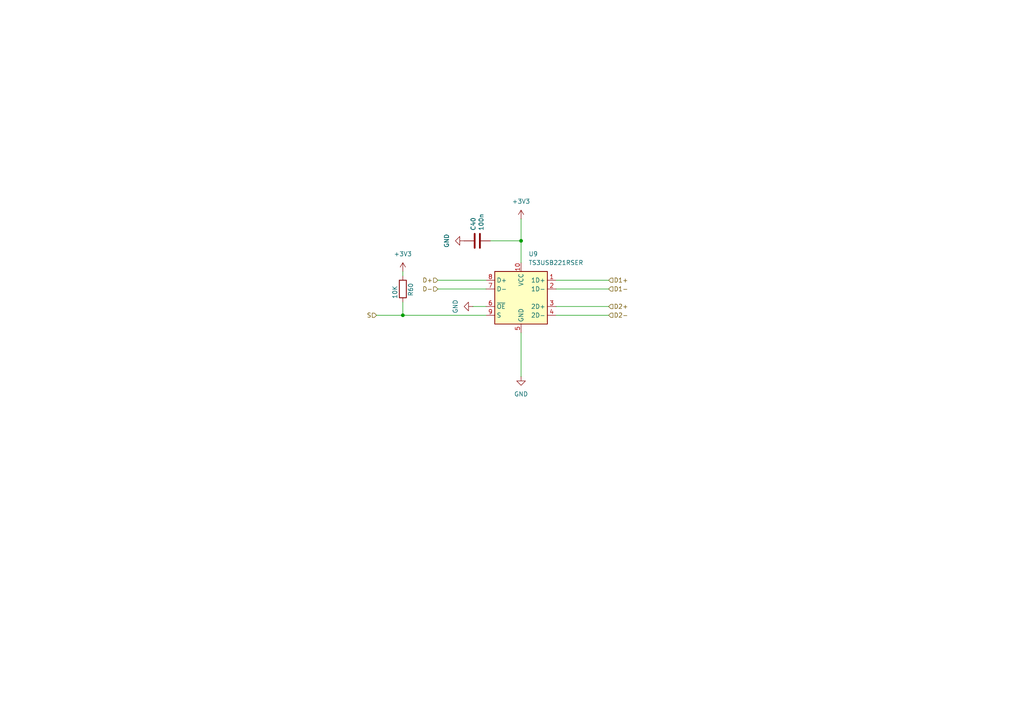
<source format=kicad_sch>
(kicad_sch (version 20250114) (generator "eeschema") (generator_version "9.0")
  (paper "A4")
  (title_block (title "MiniFRANK RM1") (date "2025-04-09") (rev "${VERSION}") (company "Mikhail Matveev") (comment 1 "https://github.com/xtremespb/frank"))
  (lib_symbols
    (symbol "Device:C" (pin_numbers (hide yes)) (pin_names (offset 0.254))
      (property "Reference" "C" (at 0.635 2.54 0))
      (property "Value" "C" (at 0.635 -2.54 0))
      (symbol "C_0_1"
        (polyline (pts (xy -2.032 0.762) (xy 2.032 0.762)) (stroke (width 0.508)))
        (polyline (pts (xy -2.032 -0.762) (xy 2.032 -0.762)) (stroke (width 0.508)))
      )
      (symbol "C_1_1"
        (pin passive line (at 0 3.81 270) (length 2.794) (name "~") (number "1"))
        (pin passive line (at 0 -3.81 90) (length 2.794) (name "~") (number "2"))
      )
    )
    (symbol "Device:R" (pin_numbers (hide yes)) (pin_names (offset 0))
      (property "Reference" "R" (at 2.032 0 90))
      (property "Value" "R" (at 0 0 90))
      (symbol "R_0_1"
        (rectangle (start -1.016 -2.54) (end 1.016 2.54) (stroke (width 0.254)))
      )
      (symbol "R_1_1"
        (pin passive line (at 0 3.81 270) (length 1.27) (name "~") (number "1"))
        (pin passive line (at 0 -3.81 90) (length 1.27) (name "~") (number "2"))
      )
    )
    (symbol "TS3USB221R:TS3USB221RSER"
      (property "Reference" "U" (at -6.35 8.89 0))
      (property "Value" "TS3USB221RSER" (at 8.89 8.89 0))
      (symbol "TS3USB221RSER_0_1"
        (rectangle (start 7.62 7.62) (end -7.62 -7.62) (stroke (width 0.254)) (fill (type background)))
      )
      (symbol "TS3USB221RSER_1_1"
        (pin bidirectional line (at -10.16 5.08 0) (length 2.54) (name "D+") (number "8"))
        (pin bidirectional line (at -10.16 2.54 0) (length 2.54) (name "D-") (number "7"))
        (pin input line (at -10.16 -2.54 0) (length 2.54) (name "~{OE}") (number "6"))
        (pin input line (at -10.16 -5.08 0) (length 2.54) (name "S") (number "9"))
        (pin power_in line (at 0 10.16 270) (length 2.54) (name "VCC") (number "10"))
        (pin power_in line (at 0 -10.16 90) (length 2.54) (name "GND") (number "5"))
        (pin bidirectional line (at 10.16 5.08 180) (length 2.54) (name "1D+") (number "1"))
        (pin bidirectional line (at 10.16 2.54 180) (length 2.54) (name "1D-") (number "2"))
        (pin bidirectional line (at 10.16 -2.54 180) (length 2.54) (name "2D+") (number "3"))
        (pin bidirectional line (at 10.16 -5.08 180) (length 2.54) (name "2D-") (number "4"))
      )
    )
    (symbol "power:+3V3" (power) (pin_numbers (hide yes)) (pin_names (offset 0) (hide yes))
      (property "Value" "+3V3" (at 0 3.556 0))
      (symbol "+3V3_0_1"
        (polyline (pts (xy -0.762 1.27) (xy 0 2.54)))
        (polyline (pts (xy 0 2.54) (xy 0.762 1.27)))
        (polyline (pts (xy 0 0) (xy 0 2.54)))
      )
      (symbol "+3V3_1_1"
        (pin power_in line (at 0 0 90) (length 0) (name "~") (number "1"))
      )
    )
    (symbol "power:GND" (power) (pin_numbers (hide yes)) (pin_names (offset 0) (hide yes))
      (property "Value" "GND" (at 0 -3.81 0))
      (symbol "GND_0_1"
        (polyline (pts (xy 0 0) (xy 0 -1.27) (xy 1.27 -1.27) (xy 0 -2.54) (xy -1.27 -1.27) (xy 0 -1.27)))
      )
      (symbol "GND_1_1"
        (pin power_in line (at 0 0 270) (length 0) (name "~") (number "1"))
      )
    )
  )
  (junction (at 116.84 91.44))
  (junction (at 151.13 69.85))
  (wire (pts (xy 127 83.82) (xy 140.97 83.82)))
  (wire (pts (xy 151.13 63.5) (xy 151.13 69.85)))
  (wire (pts (xy 116.84 91.44) (xy 140.97 91.44)))
  (wire (pts (xy 151.13 96.52) (xy 151.13 109.22)))
  (wire (pts (xy 161.29 88.9) (xy 176.53 88.9)))
  (wire (pts (xy 142.24 69.85) (xy 151.13 69.85)))
  (wire (pts (xy 116.84 91.44) (xy 116.84 87.63)))
  (wire (pts (xy 137.16 88.9) (xy 140.97 88.9)))
  (wire (pts (xy 151.13 69.85) (xy 151.13 76.2)))
  (wire (pts (xy 109.22 91.44) (xy 116.84 91.44)))
  (wire (pts (xy 116.84 80.01) (xy 116.84 78.74)))
  (wire (pts (xy 161.29 83.82) (xy 176.53 83.82)))
  (wire (pts (xy 161.29 81.28) (xy 176.53 81.28)))
  (wire (pts (xy 127 81.28) (xy 140.97 81.28)))
  (wire (pts (xy 161.29 91.44) (xy 176.53 91.44)))
  (hierarchical_label "S" (shape input) (at 109.22 91.44 180))
  (hierarchical_label "D2-" (shape input) (at 176.53 91.44 0))
  (hierarchical_label "D+" (shape input) (at 127 81.28 180))
  (hierarchical_label "D2+" (shape input) (at 176.53 88.9 0))
  (hierarchical_label "D-" (shape input) (at 127 83.82 180))
  (hierarchical_label "D1-" (shape input) (at 176.53 83.82 0))
  (hierarchical_label "D1+" (shape input) (at 176.53 81.28 0))
  (symbol (lib_id "TS3USB221R:TS3USB221RSER") (at 151.13 86.36 0) (unit 1)
    (property "Reference" "U9" (at 153.2733 73.66 0) (effects (justify left)))
    (property "Value" "TS3USB221RSER" (at 153.2733 76.2 0) (effects (justify left)))
    (property "Footprint" "FRANK:UQFN-10" (effects (hide yes)))
    (property "Datasheet" "https://www.ti.com/lit/gpn/ts3usb221" (effects (hide yes)))
    (property "Description" "High-Speed USB 2.0 1:2 Multiplexer/Demultiplexer Switch with Single Enable, UQFN-10" (effects (hide yes)))
  )
  (symbol (lib_id "power:GND") (at 137.16 88.9 270) (unit 1)
    (property "Reference" "#PWR0115" (effects (hide yes)))
    (property "Value" "GND" (at 132.08 88.9 0))
    (property "Description" "Power symbol creates a global label with name \"GND\" , ground" (effects (hide yes)))
  )
  (symbol (lib_id "Device:C") (at 138.43 69.85 90) (unit 1)
    (property "Reference" "C40" (at 137.2616 66.929 0) (effects (justify left)))
    (property "Value" "100n" (at 139.573 66.929 0) (effects (justify left)))
    (property "Footprint" "FRANK:Capacitor (0805)" (effects (hide yes)))
    (property "Datasheet" "https://eu.mouser.com/datasheet/2/40/KGM_X7R-3223212.pdf" (effects (hide yes)))
    (property "AliExpress" "https://www.aliexpress.com/item/33008008276.html" (effects (hide yes)))
  )
  (symbol (lib_id "power:+3V3") (at 151.13 63.5 0) (unit 1)
    (property "Reference" "#PWR0112" (effects (hide yes)))
    (property "Value" "+3V3" (at 151.13 58.42 0))
    (property "Description" "Power symbol creates a global label with name \"+3V3\"" (effects (hide yes)))
  )
  (symbol (lib_id "Device:R") (at 116.84 83.82 0) (unit 1)
    (property "Reference" "R60" (at 119.126 82.042 90) (effects (justify right)))
    (property "Value" "10K" (at 114.554 82.804 90) (effects (justify right)))
    (property "Footprint" "FRANK:Resistor (0805)" (effects (hide yes)))
    (property "Datasheet" "https://www.vishay.com/docs/28952/mcs0402at-mct0603at-mcu0805at-mca1206at.pdf" (effects (hide yes)))
    (property "AliExpress" "https://www.aliexpress.com/item/1005005945735199.html" (effects (hide yes)))
  )
  (symbol (lib_id "power:+3V3") (at 116.84 78.74 0) (unit 1)
    (property "Reference" "#PWR0114" (effects (hide yes)))
    (property "Value" "+3V3" (at 116.84 73.66 0))
    (property "Description" "Power symbol creates a global label with name \"+3V3\"" (effects (hide yes)))
  )
  (symbol (lib_id "power:GND") (at 134.62 69.85 270) (unit 1)
    (property "Reference" "#PWR0113" (effects (hide yes)))
    (property "Value" "GND" (at 129.54 69.85 0))
    (property "Description" "Power symbol creates a global label with name \"GND\" , ground" (effects (hide yes)))
  )
  (symbol (lib_id "power:GND") (at 151.13 109.22 0) (unit 1)
    (property "Reference" "#PWR084" (effects (hide yes)))
    (property "Value" "GND" (at 151.13 114.3 0))
    (property "Description" "Power symbol creates a global label with name \"GND\" , ground" (effects (hide yes)))
  )
)
</source>
